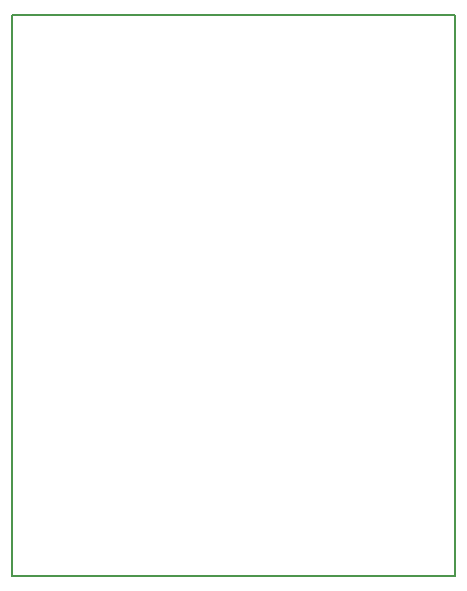
<source format=gbr>
G04 PROTEUS RS274X GERBER FILE*
%FSLAX45Y45*%
%MOMM*%
G01*
%ADD18C,0.203200*%
D18*
X+0Y+0D02*
X+3750000Y+0D01*
X+3750000Y+4750000D01*
X+0Y+4750000D01*
X+0Y+0D01*
M02*

</source>
